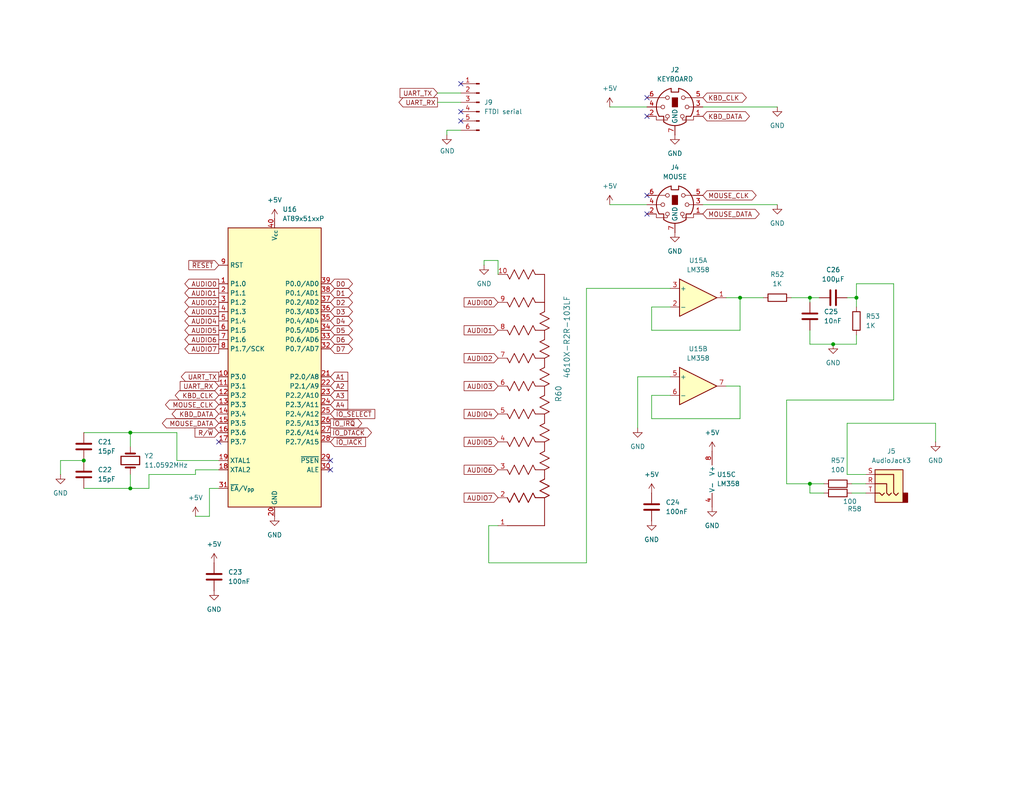
<source format=kicad_sch>
(kicad_sch (version 20250114) (generator "eeschema") (generator_version "9.0")
  (paper "USLetter")
  (lib_symbols
    (symbol "68k_board:4610X-R2R-103LF" (pin_names (offset 0.254))
      (property "Reference" "R" (at 30.48 20.32 0))
      (property "Value" "4610X-R2R-103LF" (at 30.48 17.78 0))
      (symbol "4610X-R2R-103LF_0_1"
        (polyline (pts (xy 0 12.7) (xy 7.62 12.7)) (stroke (width 0.2032)))
        (polyline (pts (xy 0 2.54) (xy 0 12.7)) (stroke (width 0.2032)))
        (polyline (pts (xy 6.35 8.255) (xy 8.89 6.985)) (stroke (width 0.2032)))
        (polyline (pts (xy 6.35 8.255) (xy 8.89 6.985)) (stroke (width 0.2032)))
        (polyline (pts (xy 6.35 5.715) (xy 8.89 4.445)) (stroke (width 0.2032)))
        (polyline (pts (xy 6.35 5.715) (xy 8.89 4.445)) (stroke (width 0.2032)))
        (polyline (pts (xy 6.35 3.175) (xy 7.62 2.54)) (stroke (width 0.2032)))
        (polyline (pts (xy 6.35 3.175) (xy 7.62 2.54)) (stroke (width 0.2032)))
        (polyline (pts (xy 7.62 12.7) (xy 7.62 10.16)) (stroke (width 0.2032)))
        (polyline (pts (xy 7.62 12.7) (xy 7.62 10.16)) (stroke (width 0.2032)))
        (polyline (pts (xy 7.62 12.7) (xy 8.255 13.97)) (stroke (width 0.2032)))
        (polyline (pts (xy 7.62 12.7) (xy 8.255 13.97)) (stroke (width 0.2032)))
        (polyline (pts (xy 7.62 10.16) (xy 8.89 9.525)) (stroke (width 0.2032)))
        (polyline (pts (xy 7.62 10.16) (xy 8.89 9.525)) (stroke (width 0.2032)))
        (polyline (pts (xy 8.255 13.97) (xy 9.525 11.43)) (stroke (width 0.2032)))
        (polyline (pts (xy 8.255 13.97) (xy 9.525 11.43)) (stroke (width 0.2032)))
        (polyline (pts (xy 8.89 9.525) (xy 6.35 8.255)) (stroke (width 0.2032)))
        (polyline (pts (xy 8.89 9.525) (xy 6.35 8.255)) (stroke (width 0.2032)))
        (polyline (pts (xy 8.89 6.985) (xy 6.35 5.715)) (stroke (width 0.2032)))
        (polyline (pts (xy 8.89 6.985) (xy 6.35 5.715)) (stroke (width 0.2032)))
        (polyline (pts (xy 8.89 4.445) (xy 6.35 3.175)) (stroke (width 0.2032)))
        (polyline (pts (xy 8.89 4.445) (xy 6.35 3.175)) (stroke (width 0.2032)))
        (polyline (pts (xy 9.525 11.43) (xy 10.795 13.97)) (stroke (width 0.2032)))
        (polyline (pts (xy 9.525 11.43) (xy 10.795 13.97)) (stroke (width 0.2032)))
        (polyline (pts (xy 10.795 13.97) (xy 12.065 11.43)) (stroke (width 0.2032)))
        (polyline (pts (xy 10.795 13.97) (xy 12.065 11.43)) (stroke (width 0.2032)))
        (polyline (pts (xy 12.065 11.43) (xy 12.7 12.7)) (stroke (width 0.2032)))
        (polyline (pts (xy 12.065 11.43) (xy 12.7 12.7)) (stroke (width 0.2032)))
        (polyline (pts (xy 12.7 12.7) (xy 15.24 12.7)) (stroke (width 0.2032)))
        (polyline (pts (xy 13.97 8.255) (xy 16.51 6.985)) (stroke (width 0.2032)))
        (polyline (pts (xy 13.97 5.715) (xy 16.51 4.445)) (stroke (width 0.2032)))
        (polyline (pts (xy 13.97 3.175) (xy 15.24 2.54)) (stroke (width 0.2032)))
        (polyline (pts (xy 15.24 12.7) (xy 15.24 10.16)) (stroke (width 0.2032)))
        (polyline (pts (xy 15.24 12.7) (xy 15.875 13.97)) (stroke (width 0.2032)))
        (polyline (pts (xy 15.24 10.16) (xy 16.51 9.525)) (stroke (width 0.2032)))
        (polyline (pts (xy 15.875 13.97) (xy 17.145 11.43)) (stroke (width 0.2032)))
        (polyline (pts (xy 16.51 9.525) (xy 13.97 8.255)) (stroke (width 0.2032)))
        (polyline (pts (xy 16.51 6.985) (xy 13.97 5.715)) (stroke (width 0.2032)))
        (polyline (pts (xy 16.51 4.445) (xy 13.97 3.175)) (stroke (width 0.2032)))
        (polyline (pts (xy 17.145 11.43) (xy 18.415 13.97)) (stroke (width 0.2032)))
        (polyline (pts (xy 18.415 13.97) (xy 19.685 11.43)) (stroke (width 0.2032)))
        (polyline (pts (xy 19.685 11.43) (xy 20.32 12.7)) (stroke (width 0.2032)))
        (polyline (pts (xy 20.32 12.7) (xy 22.86 12.7)) (stroke (width 0.2032)))
        (polyline (pts (xy 21.59 8.255) (xy 24.13 6.985)) (stroke (width 0.2032)))
        (polyline (pts (xy 21.59 5.715) (xy 24.13 4.445)) (stroke (width 0.2032)))
        (polyline (pts (xy 21.59 3.175) (xy 22.86 2.54)) (stroke (width 0.2032)))
        (polyline (pts (xy 22.86 12.7) (xy 22.86 10.16)) (stroke (width 0.2032)))
        (polyline (pts (xy 22.86 12.7) (xy 23.495 13.97)) (stroke (width 0.2032)))
        (polyline (pts (xy 22.86 10.16) (xy 24.13 9.525)) (stroke (width 0.2032)))
        (polyline (pts (xy 23.495 13.97) (xy 24.765 11.43)) (stroke (width 0.2032)))
        (polyline (pts (xy 24.13 9.525) (xy 21.59 8.255)) (stroke (width 0.2032)))
        (polyline (pts (xy 24.13 6.985) (xy 21.59 5.715)) (stroke (width 0.2032)))
        (polyline (pts (xy 24.13 4.445) (xy 21.59 3.175)) (stroke (width 0.2032)))
        (polyline (pts (xy 24.765 11.43) (xy 26.035 13.97)) (stroke (width 0.2032)))
        (polyline (pts (xy 26.035 13.97) (xy 27.305 11.43)) (stroke (width 0.2032)))
        (polyline (pts (xy 27.305 11.43) (xy 27.94 12.7)) (stroke (width 0.2032)))
        (polyline (pts (xy 27.94 12.7) (xy 30.48 12.7)) (stroke (width 0.2032)))
        (polyline (pts (xy 29.21 8.255) (xy 31.75 6.985)) (stroke (width 0.2032)))
        (polyline (pts (xy 29.21 5.715) (xy 31.75 4.445)) (stroke (width 0.2032)))
        (polyline (pts (xy 29.21 3.175) (xy 30.48 2.54)) (stroke (width 0.2032)))
        (polyline (pts (xy 30.48 12.7) (xy 30.48 10.16)) (stroke (width 0.2032)))
        (polyline (pts (xy 30.48 12.7) (xy 31.115 13.97)) (stroke (width 0.2032)))
        (polyline (pts (xy 30.48 10.16) (xy 31.75 9.525)) (stroke (width 0.2032)))
        (polyline (pts (xy 31.115 13.97) (xy 32.385 11.43)) (stroke (width 0.2032)))
        (polyline (pts (xy 31.75 9.525) (xy 29.21 8.255)) (stroke (width 0.2032)))
        (polyline (pts (xy 31.75 6.985) (xy 29.21 5.715)) (stroke (width 0.2032)))
        (polyline (pts (xy 31.75 4.445) (xy 29.21 3.175)) (stroke (width 0.2032)))
        (polyline (pts (xy 32.385 11.43) (xy 33.655 13.97)) (stroke (width 0.2032)))
        (polyline (pts (xy 33.655 13.97) (xy 34.925 11.43)) (stroke (width 0.2032)))
        (polyline (pts (xy 34.925 11.43) (xy 35.56 12.7)) (stroke (width 0.2032)))
        (polyline (pts (xy 35.56 12.7) (xy 38.1 12.7)) (stroke (width 0.2032)))
        (polyline (pts (xy 36.83 8.255) (xy 39.37 6.985)) (stroke (width 0.2032)))
        (polyline (pts (xy 36.83 5.715) (xy 39.37 4.445)) (stroke (width 0.2032)))
        (polyline (pts (xy 36.83 3.175) (xy 38.1 2.54)) (stroke (width 0.2032)))
        (polyline (pts (xy 38.1 12.7) (xy 38.1 10.16)) (stroke (width 0.2032)))
        (polyline (pts (xy 38.1 12.7) (xy 38.735 13.97)) (stroke (width 0.2032)))
        (polyline (pts (xy 38.1 10.16) (xy 39.37 9.525)) (stroke (width 0.2032)))
        (polyline (pts (xy 38.735 13.97) (xy 40.005 11.43)) (stroke (width 0.2032)))
        (polyline (pts (xy 39.37 9.525) (xy 36.83 8.255)) (stroke (width 0.2032)))
        (polyline (pts (xy 39.37 6.985) (xy 36.83 5.715)) (stroke (width 0.2032)))
        (polyline (pts (xy 39.37 4.445) (xy 36.83 3.175)) (stroke (width 0.2032)))
        (polyline (pts (xy 40.005 11.43) (xy 41.275 13.97)) (stroke (width 0.2032)))
        (polyline (pts (xy 41.275 13.97) (xy 42.545 11.43)) (stroke (width 0.2032)))
        (polyline (pts (xy 42.545 11.43) (xy 43.18 12.7)) (stroke (width 0.2032)))
        (polyline (pts (xy 43.18 12.7) (xy 45.72 12.7)) (stroke (width 0.2032)))
        (polyline (pts (xy 44.45 8.255) (xy 46.99 6.985)) (stroke (width 0.2032)))
        (polyline (pts (xy 44.45 5.715) (xy 46.99 4.445)) (stroke (width 0.2032)))
        (polyline (pts (xy 44.45 3.175) (xy 45.72 2.54)) (stroke (width 0.2032)))
        (polyline (pts (xy 45.72 12.7) (xy 45.72 10.16)) (stroke (width 0.2032)))
        (polyline (pts (xy 45.72 12.7) (xy 46.355 13.97)) (stroke (width 0.2032)))
        (polyline (pts (xy 45.72 10.16) (xy 46.99 9.525)) (stroke (width 0.2032)))
        (polyline (pts (xy 46.355 13.97) (xy 47.625 11.43)) (stroke (width 0.2032)))
        (polyline (pts (xy 46.99 9.525) (xy 44.45 8.255)) (stroke (width 0.2032)))
        (polyline (pts (xy 46.99 6.985) (xy 44.45 5.715)) (stroke (width 0.2032)))
        (polyline (pts (xy 46.99 4.445) (xy 44.45 3.175)) (stroke (width 0.2032)))
        (polyline (pts (xy 47.625 11.43) (xy 48.895 13.97)) (stroke (width 0.2032)))
        (polyline (pts (xy 48.895 13.97) (xy 50.165 11.43)) (stroke (width 0.2032)))
        (polyline (pts (xy 50.165 11.43) (xy 50.8 12.7)) (stroke (width 0.2032)))
        (polyline (pts (xy 50.8 12.7) (xy 53.34 12.7)) (stroke (width 0.2032)))
        (polyline (pts (xy 52.07 8.255) (xy 54.61 6.985)) (stroke (width 0.2032)))
        (polyline (pts (xy 52.07 5.715) (xy 54.61 4.445)) (stroke (width 0.2032)))
        (polyline (pts (xy 52.07 3.175) (xy 53.34 2.54)) (stroke (width 0.2032)))
        (polyline (pts (xy 53.34 12.7) (xy 53.34 10.16)) (stroke (width 0.2032)))
        (polyline (pts (xy 53.34 12.7) (xy 53.975 13.97)) (stroke (width 0.2032)))
        (polyline (pts (xy 53.34 10.16) (xy 54.61 9.525)) (stroke (width 0.2032)))
        (polyline (pts (xy 53.975 13.97) (xy 55.245 11.43)) (stroke (width 0.2032)))
        (polyline (pts (xy 54.61 9.525) (xy 52.07 8.255)) (stroke (width 0.2032)))
        (polyline (pts (xy 54.61 6.985) (xy 52.07 5.715)) (stroke (width 0.2032)))
        (polyline (pts (xy 54.61 4.445) (xy 52.07 3.175)) (stroke (width 0.2032)))
        (polyline (pts (xy 55.245 11.43) (xy 56.515 13.97)) (stroke (width 0.2032)))
        (polyline (pts (xy 56.515 13.97) (xy 57.785 11.43)) (stroke (width 0.2032)))
        (polyline (pts (xy 57.785 11.43) (xy 58.42 12.7)) (stroke (width 0.2032)))
        (polyline (pts (xy 58.42 12.7) (xy 60.96 12.7)) (stroke (width 0.2032)))
        (polyline (pts (xy 59.69 8.255) (xy 62.23 6.985)) (stroke (width 0.2032)))
        (polyline (pts (xy 59.69 5.715) (xy 62.23 4.445)) (stroke (width 0.2032)))
        (polyline (pts (xy 59.69 3.175) (xy 60.96 2.54)) (stroke (width 0.2032)))
        (polyline (pts (xy 60.96 12.7) (xy 60.96 10.16)) (stroke (width 0.2032)))
        (polyline (pts (xy 60.96 12.7) (xy 68.58 12.7)) (stroke (width 0.2032)))
        (polyline (pts (xy 60.96 10.16) (xy 62.23 9.525)) (stroke (width 0.2032)))
        (polyline (pts (xy 62.23 9.525) (xy 59.69 8.255)) (stroke (width 0.2032)))
        (polyline (pts (xy 62.23 6.985) (xy 59.69 5.715)) (stroke (width 0.2032)))
        (polyline (pts (xy 62.23 4.445) (xy 59.69 3.175)) (stroke (width 0.2032)))
        (polyline (pts (xy 67.31 8.255) (xy 69.85 6.985)) (stroke (width 0.2032)))
        (polyline (pts (xy 67.31 5.715) (xy 69.85 4.445)) (stroke (width 0.2032)))
        (polyline (pts (xy 67.31 3.175) (xy 68.58 2.54)) (stroke (width 0.2032)))
        (polyline (pts (xy 68.58 12.7) (xy 68.58 10.16)) (stroke (width 0.2032)))
        (polyline (pts (xy 68.58 10.16) (xy 69.85 9.525)) (stroke (width 0.2032)))
        (polyline (pts (xy 69.85 9.525) (xy 67.31 8.255)) (stroke (width 0.2032)))
        (polyline (pts (xy 69.85 6.985) (xy 67.31 5.715)) (stroke (width 0.2032)))
        (polyline (pts (xy 69.85 4.445) (xy 67.31 3.175)) (stroke (width 0.2032)))
        (pin input line (at 7.62 0 90) (length 2.54) (name "") (number "2"))
        (pin input line (at 15.24 0 90) (length 2.54) (name "") (number "3"))
        (pin input line (at 22.86 0 90) (length 2.54) (name "") (number "4"))
        (pin input line (at 30.48 0 90) (length 2.54) (name "") (number "5"))
        (pin input line (at 38.1 0 90) (length 2.54) (name "") (number "6"))
        (pin input line (at 45.72 0 90) (length 2.54) (name "") (number "7"))
        (pin input line (at 53.34 0 90) (length 2.54) (name "") (number "8"))
        (pin input line (at 60.96 0 90) (length 2.54) (name "") (number "9"))
      )
      (symbol "4610X-R2R-103LF_1_1"
        (pin output line (at 0 0 90) (length 2.54) (name "") (number "1"))
        (pin power_in line (at 68.58 0 90) (length 2.54) (name "") (number "10"))
      )
    )
    (symbol "68k_board:Mini-DIN-6-GroundPins"
      (property "Reference" "U" (at 2.794 6.096 0))
      (symbol "Mini-DIN-6-GroundPins_0_1"
        (polyline (pts (xy -4.318 -3.81) (xy -3.048 -3.81) (xy -3.048 -5.334)) (stroke (width 0.254)))
        (polyline (pts (xy -3.81 -1.27) (xy -5.08 -1.27)))
        (circle (center -3.302 -1.27) (radius 0.508))
        (polyline (pts (xy -2.54 1.27) (xy -5.08 1.27)))
        (circle (center -2.032 1.27) (radius 0.508))
        (circle (center -2.032 -3.81) (radius 0.508))
        (polyline (pts (xy -2.032 -4.318) (xy -2.032 -4.826) (xy -5.08 -4.826) (xy -5.08 -3.81)))
        (polyline (pts (xy -1.016 3.81) (xy -1.016 2.794) (xy 1.016 2.794) (xy 1.016 3.81)) (stroke (width 0.254)))
        (rectangle (start -0.762 1.27) (end 0.762 -1.27) (fill (type outline)))
        (arc (start 3.048 -5.334) (mid 0 -6.35) (end -3.048 -5.334) (stroke (width 0.254)))
        (arc (start 1.016 3.81) (mid 4.6646 0.8656) (end 4.318 -3.81) (stroke (width 0.254)))
        (arc (start -4.318 -3.81) (mid -4.6241 0.8481) (end -1.016 3.81) (stroke (width 0.254)))
        (circle (center 2.032 -3.81) (radius 0.508))
        (polyline (pts (xy 2.032 -4.318) (xy 2.032 -4.826) (xy 5.08 -4.826) (xy 5.08 -3.81)))
        (circle (center 2.286 1.27) (radius 0.508))
        (polyline (pts (xy 2.794 1.27) (xy 5.08 1.27)))
        (circle (center 3.302 -1.27) (radius 0.508))
        (polyline (pts (xy 4.318 -3.81) (xy 3.048 -3.81) (xy 3.048 -5.334)) (stroke (width 0.254)))
        (polyline (pts (xy 5.08 -1.27) (xy 3.81 -1.27)))
      )
      (symbol "Mini-DIN-6-GroundPins_1_1"
        (pin passive line (at -7.62 1.27 0) (length 2.54) (name "~") (number "6"))
        (pin passive line (at -7.62 -1.27 0) (length 2.54) (name "~") (number "4"))
        (pin passive line (at -7.62 -3.81 0) (length 2.54) (name "~") (number "2"))
        (pin power_in line (at 0 -8.89 90) (length 2.54) (name "GND") (number "7"))
        (pin passive line (at 7.62 1.27 180) (length 2.54) (name "~") (number "5"))
        (pin passive line (at 7.62 -1.27 180) (length 2.54) (name "~") (number "3"))
        (pin passive line (at 7.62 -3.81 180) (length 2.54) (name "~") (number "1"))
      )
    )
    (symbol "Amplifier_Operational:LM358" (pin_names (offset 0.127))
      (property "Reference" "U" (at 0 5.08 0))
      (property "Value" "LM358" (at 0 -5.08 0))
      (symbol "LM358_1_1"
        (polyline (pts (xy -5.08 5.08) (xy 5.08 0) (xy -5.08 -5.08) (xy -5.08 5.08)) (stroke (width 0.254)) (fill (type background)))
        (pin input line (at -7.62 2.54 0) (length 2.54) (name "+") (number "3"))
        (pin input line (at -7.62 -2.54 0) (length 2.54) (name "-") (number "2"))
        (pin output line (at 7.62 0 180) (length 2.54) (name "~") (number "1"))
      )
      (symbol "LM358_2_1"
        (polyline (pts (xy -5.08 5.08) (xy 5.08 0) (xy -5.08 -5.08) (xy -5.08 5.08)) (stroke (width 0.254)) (fill (type background)))
        (pin input line (at -7.62 2.54 0) (length 2.54) (name "+") (number "5"))
        (pin input line (at -7.62 -2.54 0) (length 2.54) (name "-") (number "6"))
        (pin output line (at 7.62 0 180) (length 2.54) (name "~") (number "7"))
      )
      (symbol "LM358_3_1"
        (pin power_in line (at -2.54 7.62 270) (length 3.81) (name "V+") (number "8"))
        (pin power_in line (at -2.54 -7.62 90) (length 3.81) (name "V-") (number "4"))
      )
    )
    (symbol "Connector:Conn_01x06_Pin" (pin_names (offset 1.016) (hide yes))
      (property "Reference" "J" (at 0 7.62 0))
      (property "Value" "Conn_01x06_Pin" (at 0 -10.16 0))
      (symbol "Conn_01x06_Pin_1_1"
        (rectangle (start 0.8636 5.207) (end 0 4.953) (stroke (width 0.1524)) (fill (type outline)))
        (rectangle (start 0.8636 2.667) (end 0 2.413) (stroke (width 0.1524)) (fill (type outline)))
        (rectangle (start 0.8636 0.127) (end 0 -0.127) (stroke (width 0.1524)) (fill (type outline)))
        (rectangle (start 0.8636 -2.413) (end 0 -2.667) (stroke (width 0.1524)) (fill (type outline)))
        (rectangle (start 0.8636 -4.953) (end 0 -5.207) (stroke (width 0.1524)) (fill (type outline)))
        (rectangle (start 0.8636 -7.493) (end 0 -7.747) (stroke (width 0.1524)) (fill (type outline)))
        (polyline (pts (xy 1.27 5.08) (xy 0.8636 5.08)) (stroke (width 0.1524)))
        (polyline (pts (xy 1.27 2.54) (xy 0.8636 2.54)) (stroke (width 0.1524)))
        (polyline (pts (xy 1.27 0) (xy 0.8636 0)) (stroke (width 0.1524)))
        (polyline (pts (xy 1.27 -2.54) (xy 0.8636 -2.54)) (stroke (width 0.1524)))
        (polyline (pts (xy 1.27 -5.08) (xy 0.8636 -5.08)) (stroke (width 0.1524)))
        (polyline (pts (xy 1.27 -7.62) (xy 0.8636 -7.62)) (stroke (width 0.1524)))
        (pin passive line (at 5.08 5.08 180) (length 3.81) (name "Pin_1") (number "1"))
        (pin passive line (at 5.08 2.54 180) (length 3.81) (name "Pin_2") (number "2"))
        (pin passive line (at 5.08 0 180) (length 3.81) (name "Pin_3") (number "3"))
        (pin passive line (at 5.08 -2.54 180) (length 3.81) (name "Pin_4") (number "4"))
        (pin passive line (at 5.08 -5.08 180) (length 3.81) (name "Pin_5") (number "5"))
        (pin passive line (at 5.08 -7.62 180) (length 3.81) (name "Pin_6") (number "6"))
      )
    )
    (symbol "Connector_Audio:AudioJack3"
      (property "Reference" "J" (at 0 8.89 0))
      (property "Value" "AudioJack3" (at 0 6.35 0))
      (symbol "AudioJack3_0_1"
        (rectangle (start -5.08 -5.08) (end -6.35 -2.54) (stroke (width 0.254)) (fill (type outline)))
        (polyline (pts (xy -1.905 -2.54) (xy -1.27 -3.175) (xy -0.635 -2.54) (xy -0.635 0) (xy 2.54 0)) (stroke (width 0.254)))
        (polyline (pts (xy 0 -2.54) (xy 0.635 -3.175) (xy 1.27 -2.54) (xy 2.54 -2.54)) (stroke (width 0.254)))
        (rectangle (start 2.54 3.81) (end -5.08 -5.08) (stroke (width 0.254)) (fill (type background)))
        (polyline (pts (xy 2.54 2.54) (xy -2.54 2.54) (xy -2.54 -2.54) (xy -3.175 -3.175) (xy -3.81 -2.54)) (stroke (width 0.254)))
      )
      (symbol "AudioJack3_1_1"
        (pin passive line (at 5.08 2.54 180) (length 2.54) (name "~") (number "S"))
        (pin passive line (at 5.08 0 180) (length 2.54) (name "~") (number "R"))
        (pin passive line (at 5.08 -2.54 180) (length 2.54) (name "~") (number "T"))
      )
    )
    (symbol "Device:C" (pin_numbers (hide yes)) (pin_names (offset 0.254))
      (property "Reference" "C" (at 0.635 2.54 0))
      (property "Value" "C" (at 0.635 -2.54 0))
      (symbol "C_0_1"
        (polyline (pts (xy -2.032 0.762) (xy 2.032 0.762)) (stroke (width 0.508)))
        (polyline (pts (xy -2.032 -0.762) (xy 2.032 -0.762)) (stroke (width 0.508)))
      )
      (symbol "C_1_1"
        (pin passive line (at 0 3.81 270) (length 2.794) (name "~") (number "1"))
        (pin passive line (at 0 -3.81 90) (length 2.794) (name "~") (number "2"))
      )
    )
    (symbol "Device:Crystal" (pin_numbers (hide yes)) (pin_names (offset 1.016) (hide yes))
      (property "Reference" "Y" (at 0 3.81 0))
      (property "Value" "Crystal" (at 0 -3.81 0))
      (symbol "Crystal_0_1"
        (polyline (pts (xy -2.54 0) (xy -1.905 0)))
        (polyline (pts (xy -1.905 -1.27) (xy -1.905 1.27)) (stroke (width 0.508)))
        (rectangle (start -1.143 2.54) (end 1.143 -2.54) (stroke (width 0.3048)))
        (polyline (pts (xy 1.905 -1.27) (xy 1.905 1.27)) (stroke (width 0.508)))
        (polyline (pts (xy 2.54 0) (xy 1.905 0)))
      )
      (symbol "Crystal_1_1"
        (pin passive line (at -3.81 0 0) (length 1.27) (name "1") (number "1"))
        (pin passive line (at 3.81 0 180) (length 1.27) (name "2") (number "2"))
      )
    )
    (symbol "Device:R" (pin_numbers (hide yes)) (pin_names (offset 0))
      (property "Reference" "R" (at 2.032 0 90))
      (property "Value" "R" (at 0 0 90))
      (symbol "R_0_1"
        (rectangle (start -1.016 -2.54) (end 1.016 2.54) (stroke (width 0.254)))
      )
      (symbol "R_1_1"
        (pin passive line (at 0 3.81 270) (length 1.27) (name "~") (number "1"))
        (pin passive line (at 0 -3.81 90) (length 1.27) (name "~") (number "2"))
      )
    )
    (symbol "MCU_Microchip_8051:AT89x51xxP"
      (property "Reference" "U" (at 0 0 0))
      (property "Value" "AT89x51xxP" (at 0 0 0))
      (symbol "AT89x51xxP_1_0"
        (pin bidirectional line (at -15.24 17.78 0) (length 2.54) (name "P1.2") (number "3"))
      )
      (symbol "AT89x51xxP_1_1"
        (polyline (pts (xy -12.7 38.1) (xy 12.7 38.1) (xy 12.7 -38.1) (xy -12.7 -38.1) (xy -12.7 38.1)) (stroke (width 0.254)) (fill (type background)))
        (pin input line (at -15.24 27.94 0) (length 2.54) (name "RST") (number "9"))
        (pin bidirectional line (at -15.24 22.86 0) (length 2.54) (name "P1.0") (number "1"))
        (pin bidirectional line (at -15.24 20.32 0) (length 2.54) (name "P1.1") (number "2"))
        (pin bidirectional line (at -15.24 15.24 0) (length 2.54) (name "P1.3") (number "4"))
        (pin bidirectional line (at -15.24 12.7 0) (length 2.54) (name "P1.4") (number "5"))
        (pin bidirectional line (at -15.24 10.16 0) (length 2.54) (name "P1.5") (number "6"))
        (pin bidirectional line (at -15.24 7.62 0) (length 2.54) (name "P1.6") (number "7"))
        (pin bidirectional line (at -15.24 5.08 0) (length 2.54) (name "P1.7/SCK") (number "8"))
        (pin bidirectional line (at -15.24 -2.54 0) (length 2.54) (name "P3.0") (number "10"))
        (pin bidirectional line (at -15.24 -5.08 0) (length 2.54) (name "P3.1") (number "11"))
        (pin bidirectional line (at -15.24 -7.62 0) (length 2.54) (name "P3.2") (number "12"))
        (pin bidirectional line (at -15.24 -10.16 0) (length 2.54) (name "P3.3") (number "13"))
        (pin bidirectional line (at -15.24 -12.7 0) (length 2.54) (name "P3.4") (number "14"))
        (pin bidirectional line (at -15.24 -15.24 0) (length 2.54) (name "P3.5") (number "15"))
        (pin bidirectional line (at -15.24 -17.78 0) (length 2.54) (name "P3.6") (number "16"))
        (pin bidirectional line (at -15.24 -20.32 0) (length 2.54) (name "P3.7") (number "17"))
        (pin input line (at -15.24 -25.4 0) (length 2.54) (name "XTAL1") (number "19"))
        (pin input line (at -15.24 -27.94 0) (length 2.54) (name "XTAL2") (number "18"))
        (pin input line (at -15.24 -33.02 0) (length 2.54) (name "~{EA}/V_{pp}") (number "31"))
        (pin power_in line (at 0 40.64 270) (length 2.54) (name "V_{cc}") (number "40"))
        (pin power_in line (at 0 -40.64 90) (length 2.54) (name "GND") (number "20"))
        (pin bidirectional line (at 15.24 22.86 180) (length 2.54) (name "P0.0/AD0") (number "39"))
        (pin bidirectional line (at 15.24 20.32 180) (length 2.54) (name "P0.1/AD1") (number "38"))
        (pin bidirectional line (at 15.24 17.78 180) (length 2.54) (name "P0.2/AD2") (number "37"))
        (pin bidirectional line (at 15.24 15.24 180) (length 2.54) (name "P0.3/AD3") (number "36"))
        (pin bidirectional line (at 15.24 12.7 180) (length 2.54) (name "P0.4/AD4") (number "35"))
        (pin bidirectional line (at 15.24 10.16 180) (length 2.54) (name "P0.5/AD5") (number "34"))
        (pin bidirectional line (at 15.24 7.62 180) (length 2.54) (name "P0.6/AD6") (number "33"))
        (pin bidirectional line (at 15.24 5.08 180) (length 2.54) (name "P0.7/AD7") (number "32"))
        (pin bidirectional line (at 15.24 -2.54 180) (length 2.54) (name "P2.0/A8") (number "21"))
        (pin bidirectional line (at 15.24 -5.08 180) (length 2.54) (name "P2.1/A9") (number "22"))
        (pin bidirectional line (at 15.24 -7.62 180) (length 2.54) (name "P2.2/A10") (number "23"))
        (pin bidirectional line (at 15.24 -10.16 180) (length 2.54) (name "P2.3/A11") (number "24"))
        (pin bidirectional line (at 15.24 -12.7 180) (length 2.54) (name "P2.4/A12") (number "25"))
        (pin bidirectional line (at 15.24 -15.24 180) (length 2.54) (name "P2.5/A13") (number "26"))
        (pin bidirectional line (at 15.24 -17.78 180) (length 2.54) (name "P2.6/A14") (number "27"))
        (pin bidirectional line (at 15.24 -20.32 180) (length 2.54) (name "P2.7/A15") (number "28"))
        (pin output line (at 15.24 -25.4 180) (length 2.54) (name "~{PSEN}") (number "29"))
        (pin output line (at 15.24 -27.94 180) (length 2.54) (name "ALE") (number "30"))
      )
    )
    (symbol "power:+5V" (power) (pin_numbers (hide yes)) (pin_names (offset 0) (hide yes))
      (property "Value" "+5V" (at 0 3.556 0))
      (symbol "+5V_0_1"
        (polyline (pts (xy -0.762 1.27) (xy 0 2.54)))
        (polyline (pts (xy 0 2.54) (xy 0.762 1.27)))
        (polyline (pts (xy 0 0) (xy 0 2.54)))
      )
      (symbol "+5V_1_1"
        (pin power_in line (at 0 0 90) (length 0) (name "~") (number "1"))
      )
    )
    (symbol "power:GND" (power) (pin_numbers (hide yes)) (pin_names (offset 0) (hide yes))
      (property "Value" "GND" (at 0 -3.81 0))
      (symbol "GND_0_1"
        (polyline (pts (xy 0 0) (xy 0 -1.27) (xy 1.27 -1.27) (xy 0 -2.54) (xy -1.27 -1.27) (xy 0 -1.27)))
      )
      (symbol "GND_1_1"
        (pin power_in line (at 0 0 270) (length 0) (name "~") (number "1"))
      )
    )
  )
  (junction (at 233.68 81.28))
  (junction (at 220.98 81.28))
  (junction (at 227.33 93.98))
  (junction (at 22.86 125.73))
  (junction (at 201.93 81.28))
  (junction (at 220.98 132.08))
  (junction (at 35.56 118.11))
  (junction (at 35.56 133.35))
  (no_connect (at 59.69 120.65))
  (no_connect (at 90.17 125.73))
  (no_connect (at 125.73 22.86))
  (no_connect (at 176.53 58.42))
  (no_connect (at 176.53 53.34))
  (no_connect (at 176.53 31.75))
  (no_connect (at 176.53 26.67))
  (no_connect (at 90.17 128.27))
  (no_connect (at 125.73 33.02))
  (no_connect (at 125.73 30.48))
  (wire (pts (xy 57.15 133.35) (xy 59.69 133.35)))
  (wire (pts (xy 133.35 153.67) (xy 160.02 153.67)))
  (wire (pts (xy 177.8 114.3) (xy 177.8 107.95)))
  (wire (pts (xy 22.86 125.73) (xy 16.51 125.73)))
  (wire (pts (xy 132.08 72.39) (xy 132.08 71.12)))
  (wire (pts (xy 201.93 81.28) (xy 208.28 81.28)))
  (wire (pts (xy 243.84 109.22) (xy 243.84 77.47)))
  (wire (pts (xy 231.14 129.54) (xy 231.14 115.57)))
  (wire (pts (xy 160.02 78.74) (xy 182.88 78.74)))
  (wire (pts (xy 220.98 90.17) (xy 220.98 93.98)))
  (wire (pts (xy 53.34 128.27) (xy 59.69 128.27)))
  (wire (pts (xy 133.35 143.51) (xy 133.35 153.67)))
  (wire (pts (xy 135.89 74.93) (xy 135.89 71.12)))
  (wire (pts (xy 132.08 71.12) (xy 135.89 71.12)))
  (wire (pts (xy 232.41 132.08) (xy 236.22 132.08)))
  (wire (pts (xy 48.26 125.73) (xy 59.69 125.73)))
  (wire (pts (xy 231.14 115.57) (xy 255.27 115.57)))
  (wire (pts (xy 255.27 115.57) (xy 255.27 120.65)))
  (wire (pts (xy 220.98 81.28) (xy 223.52 81.28)))
  (wire (pts (xy 198.12 81.28) (xy 201.93 81.28)))
  (wire (pts (xy 201.93 105.41) (xy 201.93 114.3)))
  (wire (pts (xy 201.93 81.28) (xy 201.93 90.17)))
  (wire (pts (xy 166.37 29.21) (xy 176.53 29.21)))
  (wire (pts (xy 48.26 118.11) (xy 48.26 125.73)))
  (wire (pts (xy 220.98 134.62) (xy 224.79 134.62)))
  (wire (pts (xy 214.63 109.22) (xy 214.63 132.08)))
  (wire (pts (xy 227.33 93.98) (xy 233.68 93.98)))
  (wire (pts (xy 177.8 83.82) (xy 182.88 83.82)))
  (wire (pts (xy 233.68 93.98) (xy 233.68 91.44)))
  (wire (pts (xy 121.92 36.83) (xy 121.92 35.56)))
  (wire (pts (xy 214.63 132.08) (xy 220.98 132.08)))
  (wire (pts (xy 191.77 29.21) (xy 212.09 29.21)))
  (wire (pts (xy 40.64 129.54) (xy 53.34 129.54)))
  (wire (pts (xy 182.88 102.87) (xy 173.99 102.87)))
  (wire (pts (xy 201.93 114.3) (xy 177.8 114.3)))
  (wire (pts (xy 57.15 140.97) (xy 57.15 133.35)))
  (wire (pts (xy 22.86 118.11) (xy 35.56 118.11)))
  (wire (pts (xy 215.9 81.28) (xy 220.98 81.28)))
  (wire (pts (xy 233.68 77.47) (xy 233.68 81.28)))
  (wire (pts (xy 220.98 132.08) (xy 224.79 132.08)))
  (wire (pts (xy 53.34 140.97) (xy 57.15 140.97)))
  (wire (pts (xy 177.8 90.17) (xy 177.8 83.82)))
  (wire (pts (xy 173.99 102.87) (xy 173.99 116.84)))
  (wire (pts (xy 40.64 129.54) (xy 40.64 133.35)))
  (wire (pts (xy 160.02 78.74) (xy 160.02 153.67)))
  (wire (pts (xy 166.37 55.88) (xy 176.53 55.88)))
  (wire (pts (xy 35.56 133.35) (xy 35.56 129.54)))
  (wire (pts (xy 177.8 107.95) (xy 182.88 107.95)))
  (wire (pts (xy 198.12 105.41) (xy 201.93 105.41)))
  (wire (pts (xy 53.34 129.54) (xy 53.34 128.27)))
  (wire (pts (xy 201.93 90.17) (xy 177.8 90.17)))
  (wire (pts (xy 35.56 118.11) (xy 35.56 121.92)))
  (wire (pts (xy 232.41 134.62) (xy 236.22 134.62)))
  (wire (pts (xy 125.73 27.94) (xy 119.38 27.94)))
  (wire (pts (xy 233.68 77.47) (xy 243.84 77.47)))
  (wire (pts (xy 220.98 132.08) (xy 220.98 134.62)))
  (wire (pts (xy 233.68 81.28) (xy 233.68 83.82)))
  (wire (pts (xy 35.56 133.35) (xy 40.64 133.35)))
  (wire (pts (xy 220.98 81.28) (xy 220.98 82.55)))
  (wire (pts (xy 35.56 118.11) (xy 48.26 118.11)))
  (wire (pts (xy 22.86 133.35) (xy 35.56 133.35)))
  (wire (pts (xy 125.73 25.4) (xy 119.38 25.4)))
  (wire (pts (xy 121.92 35.56) (xy 125.73 35.56)))
  (wire (pts (xy 16.51 125.73) (xy 16.51 129.54)))
  (wire (pts (xy 220.98 93.98) (xy 227.33 93.98)))
  (wire (pts (xy 191.77 55.88) (xy 212.09 55.88)))
  (wire (pts (xy 236.22 129.54) (xy 231.14 129.54)))
  (wire (pts (xy 135.89 143.51) (xy 133.35 143.51)))
  (wire (pts (xy 243.84 109.22) (xy 214.63 109.22)))
  (wire (pts (xy 231.14 81.28) (xy 233.68 81.28)))
  (global_label "~{IO_DTACK}" (shape output) (at 90.17 118.11 0) (property "Intersheetrefs" "${INTERSHEET_REFS}" (effects (hide yes))))
  (global_label "KBD_DATA" (shape bidirectional) (at 191.77 31.75 0) (property "Intersheetrefs" "${INTERSHEET_REFS}" (effects (hide yes))))
  (global_label "A1" (shape input) (at 90.17 102.87 0) (property "Intersheetrefs" "${INTERSHEET_REFS}" (effects (hide yes))))
  (global_label "UART_TX" (shape input) (at 119.38 25.4 180) (property "Intersheetrefs" "${INTERSHEET_REFS}" (effects (hide yes))))
  (global_label "D0" (shape tri_state) (at 90.17 77.47 0) (property "Intersheetrefs" "${INTERSHEET_REFS}" (effects (hide yes))))
  (global_label "~{IO_IACK}" (shape input) (at 90.17 120.65 0) (property "Intersheetrefs" "${INTERSHEET_REFS}" (effects (hide yes))))
  (global_label "MOUSE_DATA" (shape bidirectional) (at 59.69 115.57 180) (property "Intersheetrefs" "${INTERSHEET_REFS}" (effects (hide yes))))
  (global_label "AUDIO3" (shape input) (at 135.89 105.41 180) (property "Intersheetrefs" "${INTERSHEET_REFS}" (effects (hide yes))))
  (global_label "AUDIO7" (shape input) (at 135.89 135.89 180) (property "Intersheetrefs" "${INTERSHEET_REFS}" (effects (hide yes))))
  (global_label "AUDIO7" (shape output) (at 59.69 95.25 180) (property "Intersheetrefs" "${INTERSHEET_REFS}" (effects (hide yes))))
  (global_label "D2" (shape tri_state) (at 90.17 82.55 0) (property "Intersheetrefs" "${INTERSHEET_REFS}" (effects (hide yes))))
  (global_label "~{IO_IRQ}" (shape output) (at 90.17 115.57 0) (property "Intersheetrefs" "${INTERSHEET_REFS}" (effects (hide yes))))
  (global_label "AUDIO6" (shape output) (at 59.69 92.71 180) (property "Intersheetrefs" "${INTERSHEET_REFS}" (effects (hide yes))))
  (global_label "D5" (shape tri_state) (at 90.17 90.17 0) (property "Intersheetrefs" "${INTERSHEET_REFS}" (effects (hide yes))))
  (global_label "D6" (shape tri_state) (at 90.17 92.71 0) (property "Intersheetrefs" "${INTERSHEET_REFS}" (effects (hide yes))))
  (global_label "~{RESET}" (shape input) (at 59.69 72.39 180) (property "Intersheetrefs" "${INTERSHEET_REFS}" (effects (hide yes))))
  (global_label "AUDIO1" (shape output) (at 59.69 80.01 180) (property "Intersheetrefs" "${INTERSHEET_REFS}" (effects (hide yes))))
  (global_label "D1" (shape tri_state) (at 90.17 80.01 0) (property "Intersheetrefs" "${INTERSHEET_REFS}" (effects (hide yes))))
  (global_label "UART_TX" (shape output) (at 59.69 102.87 180) (property "Intersheetrefs" "${INTERSHEET_REFS}" (effects (hide yes))))
  (global_label "A3" (shape input) (at 90.17 107.95 0) (property "Intersheetrefs" "${INTERSHEET_REFS}" (effects (hide yes))))
  (global_label "KBD_CLK" (shape bidirectional) (at 59.69 107.95 180) (property "Intersheetrefs" "${INTERSHEET_REFS}" (effects (hide yes))))
  (global_label "AUDIO0" (shape output) (at 59.69 77.47 180) (property "Intersheetrefs" "${INTERSHEET_REFS}" (effects (hide yes))))
  (global_label "AUDIO2" (shape output) (at 59.69 82.55 180) (property "Intersheetrefs" "${INTERSHEET_REFS}" (effects (hide yes))))
  (global_label "MOUSE_CLK" (shape bidirectional) (at 191.77 53.34 0) (property "Intersheetrefs" "${INTERSHEET_REFS}" (effects (hide yes))))
  (global_label "D3" (shape tri_state) (at 90.17 85.09 0) (property "Intersheetrefs" "${INTERSHEET_REFS}" (effects (hide yes))))
  (global_label "R{slash}~{W}" (shape input) (at 59.69 118.11 180) (property "Intersheetrefs" "${INTERSHEET_REFS}" (effects (hide yes))))
  (global_label "~{IO_SELECT}" (shape input) (at 90.17 113.03 0) (property "Intersheetrefs" "${INTERSHEET_REFS}" (effects (hide yes))))
  (global_label "AUDIO4" (shape output) (at 59.69 87.63 180) (property "Intersheetrefs" "${INTERSHEET_REFS}" (effects (hide yes))))
  (global_label "MOUSE_DATA" (shape bidirectional) (at 191.77 58.42 0) (property "Intersheetrefs" "${INTERSHEET_REFS}" (effects (hide yes))))
  (global_label "MOUSE_CLK" (shape bidirectional) (at 59.69 110.49 180) (property "Intersheetrefs" "${INTERSHEET_REFS}" (effects (hide yes))))
  (global_label "D4" (shape tri_state) (at 90.17 87.63 0) (property "Intersheetrefs" "${INTERSHEET_REFS}" (effects (hide yes))))
  (global_label "UART_RX" (shape output) (at 119.38 27.94 180) (property "Intersheetrefs" "${INTERSHEET_REFS}" (effects (hide yes))))
  (global_label "A4" (shape input) (at 90.17 110.49 0) (property "Intersheetrefs" "${INTERSHEET_REFS}" (effects (hide yes))))
  (global_label "AUDIO0" (shape input) (at 135.89 82.55 180) (property "Intersheetrefs" "${INTERSHEET_REFS}" (effects (hide yes))))
  (global_label "D7" (shape tri_state) (at 90.17 95.25 0) (property "Intersheetrefs" "${INTERSHEET_REFS}" (effects (hide yes))))
  (global_label "AUDIO5" (shape output) (at 59.69 90.17 180) (property "Intersheetrefs" "${INTERSHEET_REFS}" (effects (hide yes))))
  (global_label "A2" (shape input) (at 90.17 105.41 0) (property "Intersheetrefs" "${INTERSHEET_REFS}" (effects (hide yes))))
  (global_label "UART_RX" (shape input) (at 59.69 105.41 180) (property "Intersheetrefs" "${INTERSHEET_REFS}" (effects (hide yes))))
  (global_label "KBD_CLK" (shape bidirectional) (at 191.77 26.67 0) (property "Intersheetrefs" "${INTERSHEET_REFS}" (effects (hide yes))))
  (global_label "KBD_DATA" (shape bidirectional) (at 59.69 113.03 180) (property "Intersheetrefs" "${INTERSHEET_REFS}" (effects (hide yes))))
  (global_label "AUDIO1" (shape input) (at 135.89 90.17 180) (property "Intersheetrefs" "${INTERSHEET_REFS}" (effects (hide yes))))
  (global_label "AUDIO6" (shape input) (at 135.89 128.27 180) (property "Intersheetrefs" "${INTERSHEET_REFS}" (effects (hide yes))))
  (global_label "AUDIO5" (shape input) (at 135.89 120.65 180) (property "Intersheetrefs" "${INTERSHEET_REFS}" (effects (hide yes))))
  (global_label "AUDIO3" (shape output) (at 59.69 85.09 180) (property "Intersheetrefs" "${INTERSHEET_REFS}" (effects (hide yes))))
  (global_label "AUDIO4" (shape input) (at 135.89 113.03 180) (property "Intersheetrefs" "${INTERSHEET_REFS}" (effects (hide yes))))
  (global_label "AUDIO2" (shape input) (at 135.89 97.79 180) (property "Intersheetrefs" "${INTERSHEET_REFS}" (effects (hide yes))))
  (symbol (lib_id "Device:C") (at 58.42 157.48 0) (unit 1)
    (property "Reference" "C23" (at 62.23 156.2099 0) (effects (justify left)))
    (property "Value" "100nF" (at 62.23 158.7499 0) (effects (justify left)))
    (property "Footprint" "Capacitor_THT:C_Disc_D5.0mm_W2.5mm_P5.00mm" (effects (hide yes)))
    (property "Description" "Unpolarized capacitor" (effects (hide yes)))
  )
  (symbol (lib_id "68k_board:Mini-DIN-6-GroundPins") (at 184.15 54.61 0) (unit 1)
    (property "Reference" "J4" (at 184.1677 45.72 0))
    (property "Value" "MOUSE" (at 184.1677 48.26 0))
    (property "Footprint" "board:Mini_din6" (effects (hide yes)))
    (property "Datasheet" "http://service.powerdynamics.com/ec/Catalog17/Section%2011.pdf" (effects (hide yes)))
    (property "Description" "KMDGX-6S-BS" (effects (hide yes)))
  )
  (symbol (lib_id "power:GND") (at 121.92 36.83 0) (unit 1)
    (property "Reference" "#PWR0142" (effects (hide yes)))
    (property "Value" "GND" (at 122.047 41.2242 0))
  )
  (symbol (lib_id "Device:C") (at 177.8 138.43 0) (unit 1)
    (property "Reference" "C24" (at 181.61 137.1599 0) (effects (justify left)))
    (property "Value" "100nF" (at 181.61 139.6999 0) (effects (justify left)))
    (property "Footprint" "Capacitor_THT:C_Disc_D5.0mm_W2.5mm_P5.00mm" (effects (hide yes)))
    (property "Description" "Unpolarized capacitor" (effects (hide yes)))
  )
  (symbol (lib_id "power:+5V") (at 166.37 55.88 0) (unit 1)
    (property "Reference" "#PWR04" (effects (hide yes)))
    (property "Value" "+5V" (at 166.37 50.8 0))
    (property "Description" "Power symbol creates a global label with name \"+5V\"" (effects (hide yes)))
  )
  (symbol (lib_id "Device:C") (at 227.33 81.28 90) (unit 1)
    (property "Reference" "C26" (at 227.33 73.66 90))
    (property "Value" "100µF" (at 227.33 76.2 90))
    (property "Footprint" "Capacitor_THT:CP_Radial_D5.0mm_P2.50mm" (effects (hide yes)))
    (property "Description" "Unpolarized capacitor" (effects (hide yes)))
  )
  (symbol (lib_id "power:+5V") (at 53.34 140.97 0) (unit 1)
    (property "Reference" "#PWR092" (effects (hide yes)))
    (property "Value" "+5V" (at 53.34 135.89 0))
    (property "Description" "Power symbol creates a global label with name \"+5V\"" (effects (hide yes)))
  )
  (symbol (lib_id "power:GND") (at 255.27 120.65 0) (unit 1)
    (property "Reference" "#PWR0141" (effects (hide yes)))
    (property "Value" "GND" (at 255.27 125.73 0))
    (property "Description" "Power symbol creates a global label with name \"GND\" , ground" (effects (hide yes)))
  )
  (symbol (lib_id "power:GND") (at 194.31 138.43 0) (unit 1)
    (property "Reference" "#PWR088" (effects (hide yes)))
    (property "Value" "GND" (at 194.31 143.51 0))
    (property "Description" "Power symbol creates a global label with name \"GND\" , ground" (effects (hide yes)))
  )
  (symbol (lib_id "Amplifier_Operational:LM358") (at 196.85 130.81 0) (unit 3)
    (property "Reference" "U15" (at 195.58 129.5399 0) (effects (justify left)))
    (property "Value" "LM358" (at 195.58 132.0799 0) (effects (justify left)))
    (property "Footprint" "Package_DIP:DIP-8_W7.62mm" (effects (hide yes)))
    (property "Datasheet" "http://www.ti.com/lit/ds/symlink/lm2904-n.pdf" (effects (hide yes)))
    (property "Description" "Low-Power, Dual Operational Amplifiers, DIP-8/SOIC-8/TO-99-8" (effects (hide yes)))
  )
  (symbol (lib_id "power:+5V") (at 177.8 134.62 0) (unit 1)
    (property "Reference" "#PWR093" (effects (hide yes)))
    (property "Value" "+5V" (at 177.8 129.54 0))
    (property "Description" "Power symbol creates a global label with name \"+5V\"" (effects (hide yes)))
  )
  (symbol (lib_id "Device:C") (at 22.86 121.92 0) (unit 1)
    (property "Reference" "C21" (at 26.67 120.6499 0) (effects (justify left)))
    (property "Value" "15pF" (at 26.67 123.1899 0) (effects (justify left)))
    (property "Footprint" "Capacitor_THT:C_Disc_D3.0mm_W1.6mm_P2.50mm" (effects (hide yes)))
    (property "Description" "Unpolarized capacitor" (effects (hide yes)))
  )
  (symbol (lib_id "MCU_Microchip_8051:AT89x51xxP") (at 74.93 100.33 0) (unit 1)
    (property "Reference" "U16" (at 77.0733 57.15 0) (effects (justify left)))
    (property "Value" "AT89x51xxP" (at 77.0733 59.69 0) (effects (justify left)))
    (property "Footprint" "Package_DIP:DIP-40_W15.24mm" (effects (hide yes)))
    (property "Datasheet" "https://ww1.microchip.com/downloads/en/DeviceDoc/doc2487.pdf" (effects (hide yes)))
    (property "Description" "8-bit Microcontroller with 4K Bytes Flash, DIP-40" (effects (hide yes)))
  )
  (symbol (lib_id "power:GND") (at 16.51 129.54 0) (unit 1)
    (property "Reference" "#PWR084" (effects (hide yes)))
    (property "Value" "GND" (at 16.51 134.62 0))
    (property "Description" "Power symbol creates a global label with name \"GND\" , ground" (effects (hide yes)))
  )
  (symbol (lib_id "Amplifier_Operational:LM358") (at 190.5 105.41 0) (unit 2)
    (property "Reference" "U15" (at 190.5 95.25 0))
    (property "Value" "LM358" (at 190.5 97.79 0))
    (property "Footprint" "Package_DIP:DIP-8_W7.62mm" (effects (hide yes)))
    (property "Datasheet" "http://www.ti.com/lit/ds/symlink/lm2904-n.pdf" (effects (hide yes)))
    (property "Description" "Low-Power, Dual Operational Amplifiers, DIP-8/SOIC-8/TO-99-8" (effects (hide yes)))
  )
  (symbol (lib_id "power:GND") (at 74.93 140.97 0) (unit 1)
    (property "Reference" "#PWR090" (effects (hide yes)))
    (property "Value" "GND" (at 74.93 146.05 0))
    (property "Description" "Power symbol creates a global label with name \"GND\" , ground" (effects (hide yes)))
  )
  (symbol (lib_id "Connector_Audio:AudioJack3") (at 241.3 132.08 0) (mirror y) (unit 1)
    (property "Reference" "J5" (at 243.205 123.19 0))
    (property "Value" "AudioJack3" (at 243.205 125.73 0))
    (property "Footprint" "Connector_Audio:Jack_3.5mm_CUI_SJ1-3523N_Horizontal" (effects (hide yes)))
    (property "Description" "Audio Jack, 3 Poles (Stereo / TRS) - https://www.digikey.com/en/products/detail/same-sky-formerly-cui-devices/SJ1-3523N/738689" (effects (hide yes)))
  )
  (symbol (lib_id "power:GND") (at 212.09 29.21 0) (unit 1)
    (property "Reference" "#PWR071" (effects (hide yes)))
    (property "Value" "GND" (at 212.09 34.29 0))
    (property "Description" "Power symbol creates a global label with name \"GND\" , ground" (effects (hide yes)))
  )
  (symbol (lib_id "68k_board:4610X-R2R-103LF") (at 135.89 143.51 270) (mirror x) (unit 1)
    (property "Reference" "R60" (at 152.4 109.8551 0) (effects (font (size 1.524 1.524)) (justify left)))
    (property "Value" "4610X-R2R-103LF" (at 154.686 103.378 0) (effects (font (size 1.524 1.524)) (justify left)))
    (property "Footprint" "board:BO_4610X" (effects (hide yes)))
    (property "Datasheet" "4610X-R2R-103LF" (effects (hide yes)))
    (property "Digikey" "https://www.digikey.com/en/products/detail/bourns-inc/4610X-R2R-103LF/3787967" (effects (hide yes)))
  )
  (symbol (lib_id "power:GND") (at 58.42 161.29 0) (unit 1)
    (property "Reference" "#PWR086" (effects (hide yes)))
    (property "Value" "GND" (at 58.42 166.37 0))
    (property "Description" "Power symbol creates a global label with name \"GND\" , ground" (effects (hide yes)))
  )
  (symbol (lib_id "power:+5V") (at 194.31 123.19 0) (unit 1)
    (property "Reference" "#PWR087" (effects (hide yes)))
    (property "Value" "+5V" (at 194.31 118.11 0))
    (property "Description" "Power symbol creates a global label with name \"+5V\"" (effects (hide yes)))
  )
  (symbol (lib_id "Device:R") (at 228.6 134.62 270) (unit 1)
    (property "Reference" "R58" (at 233.172 138.938 90))
    (property "Value" "100" (at 231.902 136.906 90))
    (property "Footprint" "Resistor_THT:R_Axial_DIN0207_L6.3mm_D2.5mm_P10.16mm_Horizontal" (effects (hide yes)))
    (property "Description" "Resistor" (effects (hide yes)))
  )
  (symbol (lib_id "Amplifier_Operational:LM358") (at 190.5 81.28 0) (unit 1)
    (property "Reference" "U15" (at 190.5 71.12 0))
    (property "Value" "LM358" (at 190.5 73.66 0))
    (property "Footprint" "Package_DIP:DIP-8_W7.62mm" (effects (hide yes)))
    (property "Datasheet" "http://www.ti.com/lit/ds/symlink/lm2904-n.pdf" (effects (hide yes)))
    (property "Description" "Low-Power, Dual Operational Amplifiers, DIP-8/SOIC-8/TO-99-8" (effects (hide yes)))
  )
  (symbol (lib_id "power:GND") (at 177.8 142.24 0) (unit 1)
    (property "Reference" "#PWR094" (effects (hide yes)))
    (property "Value" "GND" (at 177.8 147.32 0))
    (property "Description" "Power symbol creates a global label with name \"GND\" , ground" (effects (hide yes)))
  )
  (symbol (lib_id "Device:Crystal") (at 35.56 125.73 90) (unit 1)
    (property "Reference" "Y2" (at 39.37 124.4599 90) (effects (justify right)))
    (property "Value" "11.0592MHz" (at 39.37 126.9999 90) (effects (justify right)))
    (property "Footprint" "Crystal:Resonator-2Pin_W10.0mm_H5.0mm" (effects (hide yes)))
    (property "Description" "Two pin crystal - https://www.digikey.com/en/products/detail/ecs-inc/ECS-110-5-20-4X-EN/15777850" (effects (hide yes)))
  )
  (symbol (lib_id "power:GND") (at 184.15 63.5 0) (unit 1)
    (property "Reference" "#PWR0160" (effects (hide yes)))
    (property "Value" "GND" (at 184.15 68.58 0))
    (property "Description" "Power symbol creates a global label with name \"GND\" , ground" (effects (hide yes)))
  )
  (symbol (lib_id "power:+5V") (at 166.37 29.21 0) (unit 1)
    (property "Reference" "#PWR078" (effects (hide yes)))
    (property "Value" "+5V" (at 166.37 24.13 0))
    (property "Description" "Power symbol creates a global label with name \"+5V\"" (effects (hide yes)))
  )
  (symbol (lib_id "power:GND") (at 173.99 116.84 0) (unit 1)
    (property "Reference" "#PWR096" (effects (hide yes)))
    (property "Value" "GND" (at 173.99 121.92 0))
    (property "Description" "Power symbol creates a global label with name \"GND\" , ground" (effects (hide yes)))
  )
  (symbol (lib_id "power:GND") (at 132.08 72.39 0) (unit 1)
    (property "Reference" "#PWR072" (effects (hide yes)))
    (property "Value" "GND" (at 132.08 77.47 0))
    (property "Description" "Power symbol creates a global label with name \"GND\" , ground" (effects (hide yes)))
  )
  (symbol (lib_id "Device:R") (at 212.09 81.28 90) (unit 1)
    (property "Reference" "R52" (at 212.09 74.93 90))
    (property "Value" "1K" (at 212.09 77.47 90))
    (property "Footprint" "Resistor_THT:R_Axial_DIN0207_L6.3mm_D2.5mm_P10.16mm_Horizontal" (effects (hide yes)))
    (property "Description" "Resistor" (effects (hide yes)))
  )
  (symbol (lib_id "68k_board:Mini-DIN-6-GroundPins") (at 184.15 27.94 0) (unit 1)
    (property "Reference" "J2" (at 184.1677 19.05 0))
    (property "Value" "KEYBOARD" (at 184.1677 21.59 0))
    (property "Footprint" "board:Mini_din6" (effects (hide yes)))
    (property "Datasheet" "http://service.powerdynamics.com/ec/Catalog17/Section%2011.pdf" (effects (hide yes)))
    (property "Description" "KMDGX-6S-BS" (effects (hide yes)))
  )
  (symbol (lib_id "Device:R") (at 233.68 87.63 180) (unit 1)
    (property "Reference" "R53" (at 236.22 86.3599 0) (effects (justify right)))
    (property "Value" "1K" (at 236.22 88.8999 0) (effects (justify right)))
    (property "Footprint" "Resistor_THT:R_Axial_DIN0207_L6.3mm_D2.5mm_P10.16mm_Horizontal" (effects (hide yes)))
    (property "Description" "Resistor" (effects (hide yes)))
  )
  (symbol (lib_id "Device:C") (at 22.86 129.54 0) (unit 1)
    (property "Reference" "C22" (at 26.67 128.2699 0) (effects (justify left)))
    (property "Value" "15pF" (at 26.67 130.8099 0) (effects (justify left)))
    (property "Footprint" "Capacitor_THT:C_Disc_D3.0mm_W1.6mm_P2.50mm" (effects (hide yes)))
    (property "Description" "Unpolarized capacitor" (effects (hide yes)))
  )
  (symbol (lib_id "Device:R") (at 228.6 132.08 270) (unit 1)
    (property "Reference" "R57" (at 228.6 125.73 90))
    (property "Value" "100" (at 228.6 128.27 90))
    (property "Footprint" "Resistor_THT:R_Axial_DIN0207_L6.3mm_D2.5mm_P10.16mm_Horizontal" (effects (hide yes)))
    (property "Description" "Resistor" (effects (hide yes)))
  )
  (symbol (lib_id "power:GND") (at 212.09 55.88 0) (unit 1)
    (property "Reference" "#PWR089" (effects (hide yes)))
    (property "Value" "GND" (at 212.09 60.96 0))
    (property "Description" "Power symbol creates a global label with name \"GND\" , ground" (effects (hide yes)))
  )
  (symbol (lib_id "Connector:Conn_01x06_Pin") (at 130.81 27.94 0) (mirror y) (unit 1)
    (property "Reference" "J9" (at 132.08 27.9399 0) (effects (justify right)))
    (property "Value" "FTDI serial" (at 132.08 30.4799 0) (effects (justify right)))
    (property "Footprint" "Connector_PinHeader_2.54mm:PinHeader_1x06_P2.54mm_Horizontal" (effects (hide yes)))
    (property "Description" "Generic connector, single row, 01x06, script generated" (effects (hide yes)))
  )
  (symbol (lib_id "power:GND") (at 227.33 93.98 0) (unit 1)
    (property "Reference" "#PWR095" (effects (hide yes)))
    (property "Value" "GND" (at 227.33 99.06 0))
    (property "Description" "Power symbol creates a global label with name \"GND\" , ground" (effects (hide yes)))
  )
  (symbol (lib_id "power:+5V") (at 58.42 153.67 0) (unit 1)
    (property "Reference" "#PWR085" (effects (hide yes)))
    (property "Value" "+5V" (at 58.42 148.59 0))
    (property "Description" "Power symbol creates a global label with name \"+5V\"" (effects (hide yes)))
  )
  (symbol (lib_id "Device:C") (at 220.98 86.36 0) (unit 1)
    (property "Reference" "C25" (at 224.79 85.0899 0) (effects (justify left)))
    (property "Value" "10nF" (at 224.79 87.6299 0) (effects (justify left)))
    (property "Footprint" "Capacitor_THT:C_Disc_D3.0mm_W1.6mm_P2.50mm" (effects (hide yes)))
    (property "Description" "Unpolarized capacitor" (effects (hide yes)))
  )
  (symbol (lib_id "power:GND") (at 184.15 36.83 0) (unit 1)
    (property "Reference" "#PWR0159" (effects (hide yes)))
    (property "Value" "GND" (at 184.15 41.91 0))
    (property "Description" "Power symbol creates a global label with name \"GND\" , ground" (effects (hide yes)))
  )
  (symbol (lib_id "power:+5V") (at 74.93 59.69 0) (unit 1)
    (property "Reference" "#PWR091" (effects (hide yes)))
    (property "Value" "+5V" (at 74.93 54.61 0))
    (property "Description" "Power symbol creates a global label with name \"+5V\"" (effects (hide yes)))
  )
)
</source>
